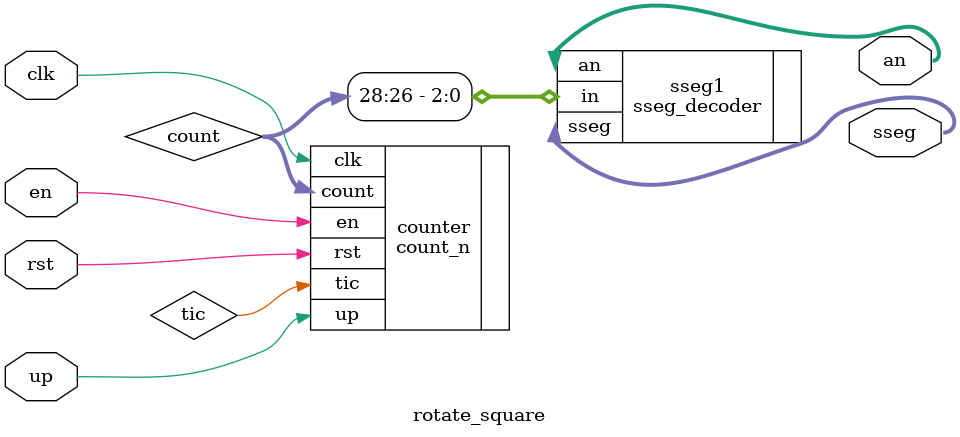
<source format=sv>
`timescale 1ns / 1ps

module rotate_square#(parameter N = 29)(
    input logic clk,
    input logic rst,
    input logic up,
    input logic en,
    output logic [3:0] an,
    output logic [6:0] sseg
    );

    logic [N-1:0] count;
    logic tic;
    
    
    count_n#(.N(N)) counter(
    .clk(clk),
    .rst(rst),
    .up(up),
    .en(en),
    .tic(tic),
    .count(count)
    );
    
    sseg_decoder sseg1(
    .in(count[N-1:N-3]),
    .sseg(sseg), 
    .an(an)
    );
    
    
endmodule

</source>
